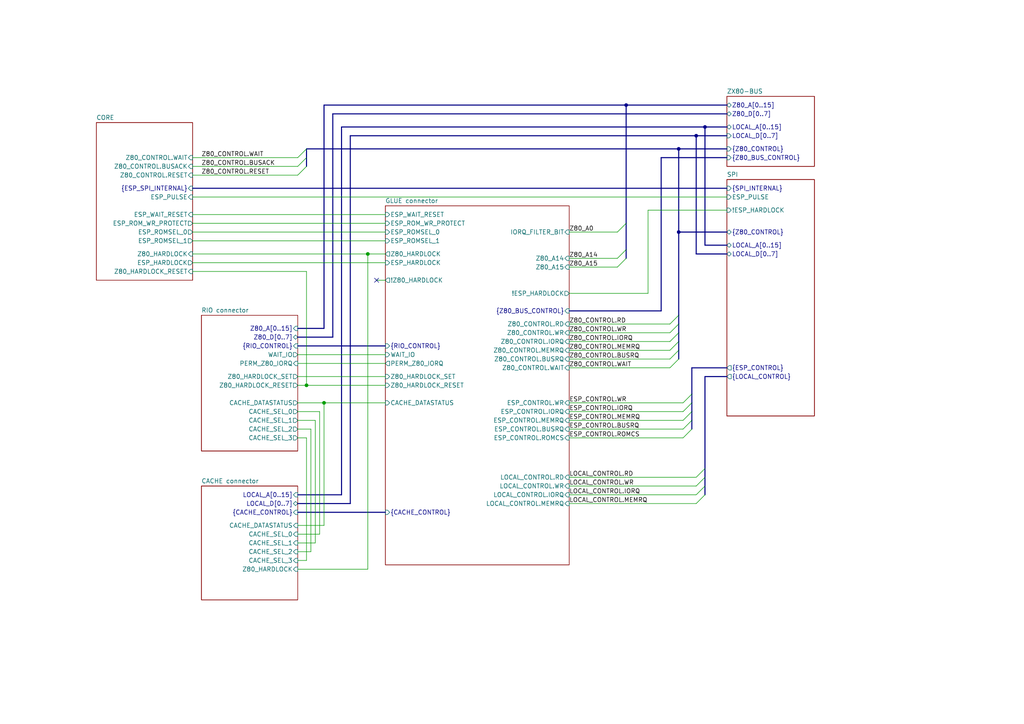
<source format=kicad_sch>
(kicad_sch (version 20230121) (generator eeschema)
  (paper "A4")
  (title_block (title "FujiNet Z80Bus reference design") (date "2023-05-13") (rev "0.1") (company "FujiNet"))
  (lib_symbols)
  (bus_alias "Z80_CONTROL" (members "Z80_CONTROL.RD" "Z80_CONTROL.WR" "Z80_CONTROL.IORQ" "Z80_CONTROL.MEMRQ" "Z80_CONTROL.BUSRQ" "Z80_CONTROL.WAIT" "Z80_CONTROL.ROMCS" "Z80_CONTROL.BUSACK" "Z80_CONTROL.NMI" "Z80_CONTROL.RESET"))
  (junction (at 204.47 36.83))
  (junction (at 106.68 73.66))
  (junction (at 181.61 30.48))
  (junction (at 201.93 39.37))
  (junction (at 93.98 116.84))
  (junction (at 88.9 111.76))
  (junction (at 196.85 67.31))
  (junction (at 196.85 43.18))
  (no_connect (at 109.22 81.28))
  (bus_entry (at 200.66 121.92) (size -2.54 2.54))
  (bus_entry (at 204.47 143.51) (size -2.54 2.54))
  (bus_entry (at 88.9 43.18) (size -2.54 2.54))
  (bus_entry (at 181.61 74.93) (size -2.54 2.54))
  (bus_entry (at 200.66 124.46) (size -2.54 2.54))
  (bus_entry (at 196.85 91.44) (size -2.54 2.54))
  (bus_entry (at 200.66 119.38) (size -2.54 2.54))
  (bus_entry (at 204.47 135.89) (size -2.54 2.54))
  (bus_entry (at 204.47 138.43) (size -2.54 2.54))
  (bus_entry (at 196.85 96.52) (size -2.54 2.54))
  (bus_entry (at 200.66 116.84) (size -2.54 2.54))
  (bus_entry (at 196.85 101.6) (size -2.54 2.54))
  (bus_entry (at 181.61 64.77) (size -2.54 2.54))
  (bus_entry (at 196.85 99.06) (size -2.54 2.54))
  (bus_entry (at 196.85 104.14) (size -2.54 2.54))
  (bus_entry (at 204.47 140.97) (size -2.54 2.54))
  (bus_entry (at 88.9 45.72) (size -2.54 2.54))
  (bus_entry (at 88.9 48.26) (size -2.54 2.54))
  (bus_entry (at 196.85 93.98) (size -2.54 2.54))
  (bus_entry (at 181.61 72.39) (size -2.54 2.54))
  (bus_entry (at 200.66 114.3) (size -2.54 2.54))
  (bus (pts (xy 196.85 101.6) (xy 196.85 104.14)))
  (bus (pts (xy 210.82 109.22) (xy 204.47 109.22)))
  (wire (pts (xy 86.36 121.92) (xy 91.44 121.92)))
  (wire (pts (xy 165.1 116.84) (xy 198.12 116.84)))
  (wire (pts (xy 165.1 121.92) (xy 198.12 121.92)))
  (bus (pts (xy 181.61 30.48) (xy 181.61 64.77)))
  (wire (pts (xy 88.9 111.76) (xy 111.76 111.76)))
  (bus (pts (xy 96.52 97.79) (xy 96.52 33.02)))
  (bus (pts (xy 101.6 39.37) (xy 201.93 39.37)))
  (bus (pts (xy 191.77 90.17) (xy 191.77 45.72)))
  (wire (pts (xy 165.1 127) (xy 198.12 127)))
  (bus (pts (xy 210.82 106.68) (xy 200.66 106.68)))
  (wire (pts (xy 86.36 160.02) (xy 90.17 160.02)))
  (bus (pts (xy 165.1 90.17) (xy 191.77 90.17)))
  (bus (pts (xy 196.85 99.06) (xy 196.85 101.6)))
  (bus (pts (xy 196.85 43.18) (xy 88.9 43.18)))
  (bus (pts (xy 86.36 148.59) (xy 111.76 148.59)))
  (wire (pts (xy 86.36 102.87) (xy 111.76 102.87)))
  (bus (pts (xy 204.47 71.12) (xy 204.47 36.83)))
  (bus (pts (xy 191.77 45.72) (xy 210.82 45.72)))
  (bus (pts (xy 196.85 91.44) (xy 196.85 93.98)))
  (wire (pts (xy 165.1 93.98) (xy 194.31 93.98)))
  (wire (pts (xy 86.36 116.84) (xy 93.98 116.84)))
  (wire (pts (xy 187.96 85.09) (xy 187.96 60.96)))
  (bus (pts (xy 210.82 73.66) (xy 201.93 73.66)))
  (wire (pts (xy 86.36 154.94) (xy 92.71 154.94)))
  (wire (pts (xy 93.98 152.4) (xy 86.36 152.4)))
  (wire (pts (xy 165.1 67.31) (xy 179.07 67.31)))
  (wire (pts (xy 165.1 143.51) (xy 201.93 143.51)))
  (bus (pts (xy 93.98 30.48) (xy 93.98 95.25)))
  (bus (pts (xy 86.36 97.79) (xy 96.52 97.79)))
  (bus (pts (xy 201.93 39.37) (xy 210.82 39.37)))
  (bus (pts (xy 93.98 95.25) (xy 86.36 95.25)))
  (wire (pts (xy 165.1 96.52) (xy 194.31 96.52)))
  (bus (pts (xy 210.82 71.12) (xy 204.47 71.12)))
  (wire (pts (xy 93.98 116.84) (xy 93.98 152.4)))
  (wire (pts (xy 88.9 111.76) (xy 88.9 78.74)))
  (wire (pts (xy 55.88 62.23) (xy 111.76 62.23)))
  (wire (pts (xy 90.17 160.02) (xy 90.17 124.46)))
  (wire (pts (xy 165.1 124.46) (xy 198.12 124.46)))
  (wire (pts (xy 165.1 106.68) (xy 194.31 106.68)))
  (bus (pts (xy 196.85 93.98) (xy 196.85 96.52)))
  (wire (pts (xy 165.1 99.06) (xy 194.31 99.06)))
  (wire (pts (xy 165.1 138.43) (xy 201.93 138.43)))
  (wire (pts (xy 88.9 78.74) (xy 55.88 78.74)))
  (bus (pts (xy 204.47 140.97) (xy 204.47 143.51)))
  (bus (pts (xy 181.61 30.48) (xy 93.98 30.48)))
  (wire (pts (xy 55.88 45.72) (xy 86.36 45.72)))
  (bus (pts (xy 55.88 54.61) (xy 210.82 54.61)))
  (bus (pts (xy 96.52 33.02) (xy 210.82 33.02)))
  (bus (pts (xy 204.47 138.43) (xy 204.47 140.97)))
  (bus (pts (xy 200.66 106.68) (xy 200.66 114.3)))
  (wire (pts (xy 86.36 165.1) (xy 106.68 165.1)))
  (wire (pts (xy 86.36 127) (xy 88.9 127)))
  (bus (pts (xy 86.36 100.33) (xy 111.76 100.33)))
  (wire (pts (xy 165.1 85.09) (xy 187.96 85.09)))
  (bus (pts (xy 181.61 64.77) (xy 181.61 72.39)))
  (bus (pts (xy 200.66 114.3) (xy 200.66 116.84)))
  (bus (pts (xy 86.36 146.05) (xy 101.6 146.05)))
  (wire (pts (xy 165.1 74.93) (xy 179.07 74.93)))
  (bus (pts (xy 181.61 72.39) (xy 181.61 74.93)))
  (bus (pts (xy 200.66 116.84) (xy 200.66 119.38)))
  (wire (pts (xy 91.44 121.92) (xy 91.44 157.48)))
  (bus (pts (xy 210.82 30.48) (xy 181.61 30.48)))
  (wire (pts (xy 86.36 109.22) (xy 111.76 109.22)))
  (bus (pts (xy 101.6 146.05) (xy 101.6 39.37)))
  (bus (pts (xy 210.82 43.18) (xy 196.85 43.18)))
  (wire (pts (xy 109.22 81.28) (xy 111.76 81.28)))
  (wire (pts (xy 90.17 124.46) (xy 86.36 124.46)))
  (wire (pts (xy 55.88 69.85) (xy 111.76 69.85)))
  (bus (pts (xy 196.85 67.31) (xy 210.82 67.31)))
  (wire (pts (xy 187.96 60.96) (xy 210.82 60.96)))
  (bus (pts (xy 196.85 67.31) (xy 196.85 91.44)))
  (wire (pts (xy 55.88 73.66) (xy 106.68 73.66)))
  (wire (pts (xy 165.1 104.14) (xy 194.31 104.14)))
  (bus (pts (xy 204.47 109.22) (xy 204.47 135.89)))
  (wire (pts (xy 92.71 154.94) (xy 92.71 119.38)))
  (bus (pts (xy 201.93 73.66) (xy 201.93 39.37)))
  (wire (pts (xy 165.1 77.47) (xy 179.07 77.47)))
  (wire (pts (xy 165.1 119.38) (xy 198.12 119.38)))
  (bus (pts (xy 196.85 43.18) (xy 196.85 67.31)))
  (bus (pts (xy 99.06 36.83) (xy 204.47 36.83)))
  (bus (pts (xy 99.06 36.83) (xy 99.06 143.51)))
  (wire (pts (xy 55.88 48.26) (xy 86.36 48.26)))
  (bus (pts (xy 99.06 143.51) (xy 86.36 143.51)))
  (wire (pts (xy 55.88 76.2) (xy 111.76 76.2)))
  (bus (pts (xy 200.66 121.92) (xy 200.66 124.46)))
  (wire (pts (xy 165.1 146.05) (xy 201.93 146.05)))
  (bus (pts (xy 204.47 135.89) (xy 204.47 138.43)))
  (wire (pts (xy 106.68 73.66) (xy 111.76 73.66)))
  (wire (pts (xy 106.68 165.1) (xy 106.68 73.66)))
  (wire (pts (xy 88.9 127) (xy 88.9 162.56)))
  (wire (pts (xy 92.71 119.38) (xy 86.36 119.38)))
  (bus (pts (xy 200.66 119.38) (xy 200.66 121.92)))
  (wire (pts (xy 55.88 67.31) (xy 111.76 67.31)))
  (wire (pts (xy 55.88 64.77) (xy 111.76 64.77)))
  (wire (pts (xy 55.88 50.8) (xy 86.36 50.8)))
  (wire (pts (xy 88.9 162.56) (xy 86.36 162.56)))
  (wire (pts (xy 93.98 116.84) (xy 111.76 116.84)))
  (wire (pts (xy 86.36 111.76) (xy 88.9 111.76)))
  (bus (pts (xy 210.82 36.83) (xy 204.47 36.83)))
  (wire (pts (xy 55.88 57.15) (xy 210.82 57.15)))
  (wire (pts (xy 165.1 140.97) (xy 201.93 140.97)))
  (wire (pts (xy 165.1 101.6) (xy 194.31 101.6)))
  (bus (pts (xy 88.9 45.72) (xy 88.9 48.26)))
  (bus (pts (xy 196.85 96.52) (xy 196.85 99.06)))
  (bus (pts (xy 88.9 43.18) (xy 88.9 45.72)))
  (wire (pts (xy 86.36 105.41) (xy 111.76 105.41)))
  (wire (pts (xy 91.44 157.48) (xy 86.36 157.48)))
  (label "Z80_CONTROL.BUSACK" (at 58.42 48.26 0))
  (label "Z80_A0" (at 165.1 67.31 0))
  (label "ESP_CONTROL.IORQ" (at 165.1 119.38 0))
  (label "Z80_CONTROL.RESET" (at 58.42 50.8 0))
  (label "LOCAL_CONTROL.MEMRQ" (at 165.1 146.05 0))
  (label "ESP_CONTROL.BUSRQ" (at 165.1 124.46 0))
  (label "ESP_CONTROL.ROMCS" (at 165.1 127 0))
  (label "ESP_CONTROL.MEMRQ" (at 165.1 121.92 0))
  (label "LOCAL_CONTROL.WR" (at 165.1 140.97 0))
  (label "LOCAL_CONTROL.RD" (at 165.1 138.43 0))
  (label "ESP_CONTROL.WR" (at 165.1 116.84 0))
  (label "Z80_A15" (at 165.1 77.47 0))
  (label "Z80_CONTROL.WAIT" (at 165.1 106.68 0))
  (label "LOCAL_CONTROL.IORQ" (at 165.1 143.51 0))
  (label "Z80_CONTROL.IORQ" (at 165.1 99.06 0))
  (label "Z80_CONTROL.WAIT" (at 58.42 45.72 0))
  (label "Z80_A14" (at 165.1 74.93 0))
  (label "Z80_CONTROL.RD" (at 165.1 93.98 0))
  (label "Z80_CONTROL.BUSRQ" (at 165.1 104.14 0))
  (label "Z80_CONTROL.MEMRQ" (at 165.1 101.6 0))
  (label "Z80_CONTROL.WR" (at 165.1 96.52 0))
  (sheet (at 210.82 52.07) (size 25.4 68.58) (stroke (width 0.1524))
    (property "Sheetname" "SPI" (at 210.82 51.3584 0) (effects (justify left bottom)))
    (property "Sheetfile" "../../FujiNet_Z80Bus_Modules/SPI-Z80-BUS_ZXspectrum/SPI-Z80-BUS_ZXspectrum.kicad_sch" (effects hide))
    (pin "LOCAL_A[0..15]" bidirectional (at 210.82 71.12 180))
    (pin "{LOCAL_CONTROL}" output (at 210.82 109.22 180))
    (pin "{Z80_CONTROL}" bidirectional (at 210.82 67.31 180))
    (pin "LOCAL_D[0..7]" bidirectional (at 210.82 73.66 180))
    (pin "ESP_PULSE" input (at 210.82 57.15 180))
    (pin "!ESP_HARDLOCK" input (at 210.82 60.96 180))
    (pin "{ESP_CONTROL}" output (at 210.82 106.68 180))
    (pin "{SPI_INTERNAL}" input (at 210.82 54.61 180))
  )
  (sheet (at 58.42 140.97) (size 27.94 33.02) (stroke (width 0.1524))
    (property "Sheetname" "CACHE connector" (at 58.42 140.2584 0) (effects (justify left bottom)))
    (property "Sheetfile" "../../FujiNet_Z80Bus_Modules/IOCACHE-128K_ZXspectrum/IOCACHE-128K_ZXspectrum_impl_narrow/IOCACHE-128K_ZXspectrum_connectors.kicad_sch" (effects hide))
    (pin "LOCAL_D[0..7]" bidirectional (at 86.36 146.05 0))
    (pin "LOCAL_A[0..15]" input (at 86.36 143.51 0))
    (pin "{CACHE_CONTROL}" input (at 86.36 148.59 0))
    (pin "CACHE_DATASTATUS" input (at 86.36 152.4 0))
    (pin "CACHE_SEL_2" input (at 86.36 160.02 0))
    (pin "CACHE_SEL_1" input (at 86.36 157.48 0))
    (pin "CACHE_SEL_0" input (at 86.36 154.94 0))
    (pin "Z80_HARDLOCK" input (at 86.36 165.1 0))
    (pin "CACHE_SEL_3" input (at 86.36 162.56 0))
  )
  (sheet (at 210.82 27.94) (size 25.4 20.32) (stroke (width 0.1524))
    (property "Sheetname" "ZX80-BUS" (at 210.82 27.2284 0) (effects (justify left bottom)))
    (property "Sheetfile" "../../FujiNet_Z80Bus_Modules/Z80-BUS_ZXspectrum48K/Z80-BUS_ZXspectrum48K.kicad_sch" (effects hide))
    (pin "Z80_A[0..15]" bidirectional (at 210.82 30.48 180))
    (pin "{Z80_CONTROL}" input (at 210.82 43.18 180))
    (pin "LOCAL_A[0..15]" bidirectional (at 210.82 36.83 180))
    (pin "Z80_D[0..7]" bidirectional (at 210.82 33.02 180))
    (pin "LOCAL_D[0..7]" input (at 210.82 39.37 180))
    (pin "{Z80_BUS_CONTROL}" input (at 210.82 45.72 180))
  )
  (sheet (at 27.94 35.56) (size 27.94 45.72) (stroke (width 0.1524))
    (property "Sheetname" "CORE" (at 27.94 34.8484 0) (effects (justify left bottom)))
    (property "Sheetfile" "../../FujiNet_Z80Bus_Modules/CORE_ESP32-WROVER/CORE_ESP32-WROVER.kicad_sch" (effects hide))
    (pin "Z80_HARDLOCK" input (at 55.88 73.66 0))
    (pin "ESP_WAIT_RESET" input (at 55.88 62.23 0))
    (pin "ESP_PULSE" input (at 55.88 57.15 0))
    (pin "{ESP_SPI_INTERNAL}" input (at 55.88 54.61 0))
    (pin "Z80_CONTROL.BUSACK" input (at 55.88 48.26 0))
    (pin "Z80_CONTROL.WAIT" input (at 55.88 45.72 0))
    (pin "Z80_HARDLOCK_RESET" input (at 55.88 78.74 0))
    (pin "ESP_ROM_WR_PROTECT" output (at 55.88 64.77 0))
    (pin "Z80_CONTROL.RESET" input (at 55.88 50.8 0))
    (pin "ESP_ROMSEL_0" output (at 55.88 67.31 0))
    (pin "ESP_ROMSEL_1" output (at 55.88 69.85 0))
    (pin "ESP_HARDLOCK" output (at 55.88 76.2 0))
  )
  (sheet (at 58.42 91.44) (size 27.94 39.37) (stroke (width 0.1524))
    (property "Sheetname" "RIO connector" (at 58.42 90.7284 0) (effects (justify left bottom)))
    (property "Sheetfile" "../../FujiNet_Z80Bus_Modules/RIO-128K_ZXspectrum/RIO-128K_ZXspectrum_impl_narrow/RIO-128K_ZXspectrum_connector.kicad_sch" (effects hide))
    (pin "Z80_A[0..15]" input (at 86.36 95.25 0))
    (pin "Z80_D[0..7]" bidirectional (at 86.36 97.79 0))
    (pin "PERM_Z80_IORQ" input (at 86.36 105.41 0))
    (pin "WAIT_IO" output (at 86.36 102.87 0))
    (pin "CACHE_SEL_0" output (at 86.36 119.38 0))
    (pin "{RIO_CONTROL}" input (at 86.36 100.33 0))
    (pin "Z80_HARDLOCK_RESET" output (at 86.36 111.76 0))
    (pin "CACHE_DATASTATUS" output (at 86.36 116.84 0))
    (pin "CACHE_SEL_3" output (at 86.36 127 0))
    (pin "Z80_HARDLOCK_SET" output (at 86.36 109.22 0))
    (pin "CACHE_SEL_2" output (at 86.36 124.46 0))
    (pin "CACHE_SEL_1" output (at 86.36 121.92 0))
  )
  (sheet (at 111.76 59.69) (size 53.34 104.14) (stroke (width 0.1524))
    (property "Sheetname" "GLUE connector" (at 111.76 58.9784 0) (effects (justify left bottom)))
    (property "Sheetfile" "../../FujiNet_Z80Bus_Modules/GLUE_ZXspectrum/GLUE_ZXspectrum_impl/GLUE_ZXspectrum_connectors.kicad_sch" (effects hide))
    (pin "{Z80_BUS_CONTROL}" input (at 165.1 90.17 0))
    (pin "{CACHE_CONTROL}" input (at 111.76 148.59 180))
    (pin "{RIO_CONTROL}" input (at 111.76 100.33 180))
    (pin "LOCAL_CONTROL.IORQ" input (at 165.1 143.51 0))
    (pin "LOCAL_CONTROL.WR" input (at 165.1 140.97 0))
    (pin "ESP_CONTROL.IORQ" input (at 165.1 119.38 0))
    (pin "ESP_ROM_WR_PROTECT" input (at 111.76 64.77 180))
    (pin "ESP_ROMSEL_0" input (at 111.76 67.31 180))
    (pin "LOCAL_CONTROL.MEMRQ" input (at 165.1 146.05 0))
    (pin "Z80_HARDLOCK" output (at 111.76 73.66 180))
    (pin "!Z80_HARDLOCK" output (at 111.76 81.28 180))
    (pin "!ESP_HARDLOCK" output (at 165.1 85.09 0))
    (pin "PERM_Z80_IORQ" output (at 111.76 105.41 180))
    (pin "Z80_A15" input (at 165.1 77.47 0))
    (pin "ESP_WAIT_RESET" input (at 111.76 62.23 180))
    (pin "Z80_HARDLOCK_SET" input (at 111.76 109.22 180))
    (pin "Z80_HARDLOCK_RESET" input (at 111.76 111.76 180))
    (pin "WAIT_IO" input (at 111.76 102.87 180))
    (pin "CACHE_DATASTATUS" input (at 111.76 116.84 180))
    (pin "IORQ_FILTER_BIT" input (at 165.1 67.31 0))
    (pin "Z80_A14" input (at 165.1 74.93 0))
    (pin "ESP_CONTROL.WR" input (at 165.1 116.84 0))
    (pin "ESP_CONTROL.BUSRQ" input (at 165.1 124.46 0))
    (pin "ESP_CONTROL.ROMCS" input (at 165.1 127 0))
    (pin "ESP_CONTROL.MEMRQ" input (at 165.1 121.92 0))
    (pin "Z80_CONTROL.WR" input (at 165.1 96.52 0))
    (pin "Z80_CONTROL.RD" input (at 165.1 93.98 0))
    (pin "Z80_CONTROL.IORQ" input (at 165.1 99.06 0))
    (pin "Z80_CONTROL.MEMRQ" input (at 165.1 101.6 0))
    (pin "Z80_CONTROL.BUSRQ" input (at 165.1 104.14 0))
    (pin "Z80_CONTROL.WAIT" input (at 165.1 106.68 0))
    (pin "LOCAL_CONTROL.RD" input (at 165.1 138.43 0))
    (pin "ESP_HARDLOCK" input (at 111.76 76.2 180))
    (pin "ESP_ROMSEL_1" input (at 111.76 69.85 180))
  )
)
</source>
